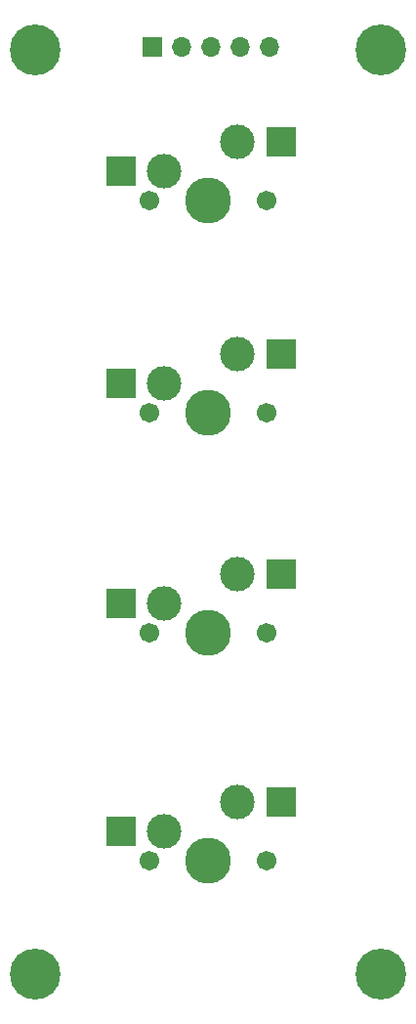
<source format=gbr>
%TF.GenerationSoftware,KiCad,Pcbnew,6.0.0-d3dd2cf0fa~116~ubuntu21.10.1*%
%TF.CreationDate,2021-12-31T19:25:48-08:00*%
%TF.ProjectId,macropad-test1,6d616372-6f70-4616-942d-74657374312e,rev?*%
%TF.SameCoordinates,Original*%
%TF.FileFunction,Soldermask,Bot*%
%TF.FilePolarity,Negative*%
%FSLAX46Y46*%
G04 Gerber Fmt 4.6, Leading zero omitted, Abs format (unit mm)*
G04 Created by KiCad (PCBNEW 6.0.0-d3dd2cf0fa~116~ubuntu21.10.1) date 2021-12-31 19:25:48*
%MOMM*%
%LPD*%
G01*
G04 APERTURE LIST*
%ADD10C,0.700000*%
%ADD11C,4.400000*%
%ADD12R,1.700000X1.700000*%
%ADD13O,1.700000X1.700000*%
%ADD14C,1.701800*%
%ADD15C,3.000000*%
%ADD16C,3.987800*%
%ADD17R,2.550000X2.500000*%
G04 APERTURE END LIST*
D10*
%TO.C,H1*%
X28833274Y-28833274D03*
X31166726Y-28833274D03*
X28833274Y-31166726D03*
X30000000Y-28350000D03*
X28350000Y-30000000D03*
X31650000Y-30000000D03*
D11*
X30000000Y-30000000D03*
D10*
X31166726Y-31166726D03*
X30000000Y-31650000D03*
%TD*%
%TO.C,H2*%
X28350000Y-110000000D03*
X30000000Y-111650000D03*
X28833274Y-108833274D03*
X30000000Y-108350000D03*
X31166726Y-108833274D03*
X31166726Y-111166726D03*
D11*
X30000000Y-110000000D03*
D10*
X31650000Y-110000000D03*
X28833274Y-111166726D03*
%TD*%
%TO.C,H4*%
X61166726Y-111166726D03*
D11*
X60000000Y-110000000D03*
D10*
X61650000Y-110000000D03*
X58833274Y-108833274D03*
X60000000Y-111650000D03*
X58350000Y-110000000D03*
X61166726Y-108833274D03*
X58833274Y-111166726D03*
X60000000Y-108350000D03*
%TD*%
%TO.C,H3*%
X60000000Y-31650000D03*
D11*
X60000000Y-30000000D03*
D10*
X61650000Y-30000000D03*
X60000000Y-28350000D03*
X58833274Y-31166726D03*
X58350000Y-30000000D03*
X61166726Y-28833274D03*
X61166726Y-31166726D03*
X58833274Y-28833274D03*
%TD*%
D12*
%TO.C,J1*%
X40160000Y-29700000D03*
D13*
X42700000Y-29700000D03*
X45240000Y-29700000D03*
X47780000Y-29700000D03*
X50320000Y-29700000D03*
%TD*%
D14*
%TO.C,SW1*%
X39920000Y-43000000D03*
D15*
X47540000Y-37920000D03*
D16*
X45000000Y-43000000D03*
D15*
X41190000Y-40460000D03*
D14*
X50080000Y-43000000D03*
D17*
X51290000Y-37920000D03*
X37440000Y-40460000D03*
%TD*%
D16*
%TO.C,SW2*%
X45000000Y-61415000D03*
D14*
X39920000Y-61415000D03*
D15*
X47540000Y-56335000D03*
D14*
X50080000Y-61415000D03*
D15*
X41190000Y-58875000D03*
D17*
X51290000Y-56335000D03*
X37440000Y-58875000D03*
%TD*%
D14*
%TO.C,SW3*%
X50080000Y-80465000D03*
X39920000Y-80465000D03*
D15*
X47540000Y-75385000D03*
D16*
X45000000Y-80465000D03*
D15*
X41190000Y-77925000D03*
D17*
X51290000Y-75385000D03*
X37440000Y-77925000D03*
%TD*%
D14*
%TO.C,SW4*%
X50080000Y-100150000D03*
D15*
X47540000Y-95070000D03*
D16*
X45000000Y-100150000D03*
D14*
X39920000Y-100150000D03*
D15*
X41190000Y-97610000D03*
D17*
X51290000Y-95070000D03*
X37440000Y-97610000D03*
%TD*%
M02*

</source>
